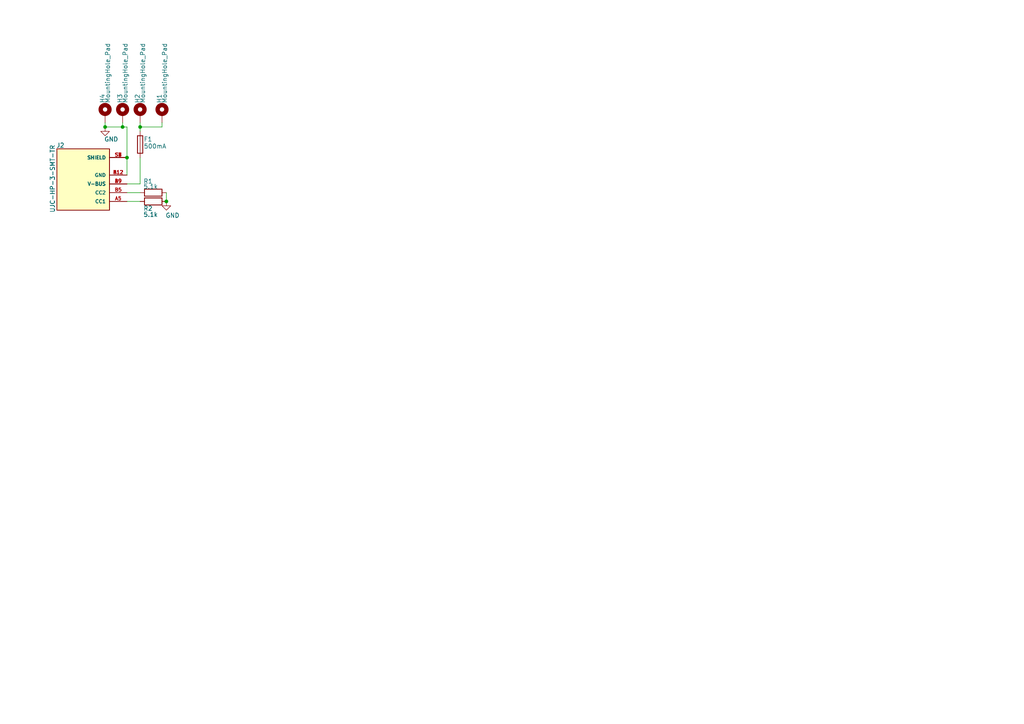
<source format=kicad_sch>
(kicad_sch (version 20231120) (generator "eeschema") (generator_version "8.0")
  (paper "A4")
  (title_block (title "Midland CA-XT72 compatible USB-C replacement board") (date "2024-06-22") (rev "v1.0.0"))
  (lib_symbols
    (symbol "Device:Fuse" (pin_numbers hide) (pin_names (offset 0))
      (property "Reference" "F" (at 2.032 0 90))
      (property "Value" "Fuse" (at -1.905 0 90))
      (symbol "Fuse_0_1"
        (rectangle (start -0.762 -2.54) (end 0.762 2.54) (stroke (width 0.254)))
        (polyline (pts (xy 0 2.54) (xy 0 -2.54)))
      )
      (symbol "Fuse_1_1"
        (pin passive line (at 0 3.81 270) (length 1.27) (name "~") (number "1"))
        (pin passive line (at 0 -3.81 90) (length 1.27) (name "~") (number "2"))
      )
    )
    (symbol "Device:R" (pin_numbers hide) (pin_names (offset 0))
      (property "Reference" "R" (at 2.032 0 90))
      (property "Value" "R" (at 0 0 90))
      (symbol "R_0_1"
        (rectangle (start -1.016 -2.54) (end 1.016 2.54) (stroke (width 0.254)))
      )
      (symbol "R_1_1"
        (pin passive line (at 0 3.81 270) (length 1.27) (name "~") (number "1"))
        (pin passive line (at 0 -3.81 90) (length 1.27) (name "~") (number "2"))
      )
    )
    (symbol "Mechanical:MountingHole_Pad" (pin_numbers hide) (pin_names (offset 1.016) hide) (exclude_from_sim yes) (in_bom no)
      (property "Reference" "H" (at 0 6.35 0))
      (property "Value" "MountingHole_Pad" (at 0 4.445 0))
      (symbol "MountingHole_Pad_0_1"
        (circle (center 0 1.27) (radius 1.27) (stroke (width 1.27)))
      )
      (symbol "MountingHole_Pad_1_1"
        (pin input line (at 0 -2.54 90) (length 2.54) (name "1") (number "1"))
      )
    )
    (symbol "UJC-HP-3-SMT-TR:UJC-HP-3-SMT-TR" (pin_names (offset 1.016))
      (property "Reference" "J" (at -7.62 8.89 0))
      (property "Value" "UJC-HP-3-SMT-TR" (at -7.62 -11.43 0))
      (symbol "UJC-HP-3-SMT-TR_0_0"
        (rectangle (start -7.62 -10.16) (end 7.62 7.62) (stroke (width 0.254)) (fill (type background)))
        (pin power_in line (at -12.7 -2.54 0) (length 5.08) (name "GND") (number "A12"))
        (pin bidirectional line (at -12.7 5.08 0) (length 5.08) (name "CC1") (number "A5"))
        (pin power_in line (at -12.7 0 0) (length 5.08) (name "V-BUS") (number "A9"))
        (pin power_in line (at -12.7 -2.54 0) (length 5.08) (name "GND") (number "B12"))
        (pin bidirectional line (at -12.7 2.54 0) (length 5.08) (name "CC2") (number "B5"))
        (pin power_in line (at -12.7 0 0) (length 5.08) (name "V-BUS") (number "B9"))
        (pin passive line (at -12.7 -7.62 0) (length 5.08) (name "SHIELD") (number "S1"))
        (pin passive line (at -12.7 -7.62 0) (length 5.08) (name "SHIELD") (number "S2"))
        (pin passive line (at -12.7 -7.62 0) (length 5.08) (name "SHIELD") (number "S3"))
        (pin passive line (at -12.7 -7.62 0) (length 5.08) (name "SHIELD") (number "S4"))
      )
    )
    (symbol "power:GND" (power) (pin_numbers hide) (pin_names (offset 0) hide)
      (property "Value" "GND" (at 0 -3.81 0))
      (symbol "GND_0_1"
        (polyline (pts (xy 0 0) (xy 0 -1.27) (xy 1.27 -1.27) (xy 0 -2.54) (xy -1.27 -1.27) (xy 0 -1.27)))
      )
      (symbol "GND_1_1"
        (pin power_in line (at 0 0 270) (length 0) (name "~") (number "1"))
      )
    )
  )
  (junction (at 40.64 36.83))
  (junction (at 30.48 36.83))
  (junction (at 48.26 58.42))
  (junction (at 36.83 45.72))
  (junction (at 35.56 36.83))
  (wire (pts (xy 36.83 36.83) (xy 35.56 36.83)))
  (wire (pts (xy 30.48 35.56) (xy 30.48 36.83)))
  (wire (pts (xy 40.64 36.83) (xy 40.64 38.1)))
  (wire (pts (xy 35.56 36.83) (xy 30.48 36.83)))
  (wire (pts (xy 36.83 55.88) (xy 40.64 55.88)))
  (wire (pts (xy 36.83 45.72) (xy 36.83 50.8)))
  (wire (pts (xy 40.64 36.83) (xy 40.64 35.56)))
  (wire (pts (xy 46.99 35.56) (xy 46.99 36.83)))
  (wire (pts (xy 36.83 45.72) (xy 36.83 36.83)))
  (wire (pts (xy 40.64 36.83) (xy 46.99 36.83)))
  (wire (pts (xy 35.56 35.56) (xy 35.56 36.83)))
  (wire (pts (xy 48.26 55.88) (xy 48.26 58.42)))
  (wire (pts (xy 36.83 58.42) (xy 40.64 58.42)))
  (wire (pts (xy 40.64 45.72) (xy 40.64 53.34)))
  (wire (pts (xy 40.64 53.34) (xy 36.83 53.34)))
  (symbol (lib_id "Mechanical:MountingHole_Pad") (at 35.56 33.02 0) (unit 1) (exclude_from_sim yes) (in_bom no)
    (property "Reference" "H3" (at 34.798 27.178 90) (effects (justify right)))
    (property "Value" "MountingHole_Pad" (at 36.322 12.446 90) (effects (justify right)))
    (property "Footprint" "MountingHole:MountingHole_2.2mm_M2_DIN965_Pad" (effects (hide yes)))
    (property "Description" "Mounting Hole with connection" (effects (hide yes)))
  )
  (symbol (lib_id "Device:R") (at 44.45 58.42 90) (unit 1)
    (property "Reference" "R2" (at 42.926 60.452 90))
    (property "Value" "5.1k" (at 43.688 62.23 90))
    (property "Footprint" "Resistor_SMD:R_0402_1005Metric_Pad0.72x0.64mm_HandSolder" (effects (hide yes)))
    (property "Description" "Resistor" (effects (hide yes)))
  )
  (symbol (lib_id "Device:Fuse") (at 40.64 41.91 180) (unit 1)
    (property "Reference" "F1" (at 41.656 40.386 0) (effects (justify right)))
    (property "Value" "500mA" (at 41.656 42.418 0) (effects (justify right)))
    (property "Footprint" "C1F 500:FUSC3215X83N" (effects (hide yes)))
    (property "Description" "Fuse" (effects (hide yes)))
  )
  (symbol (lib_id "power:GND") (at 30.48 36.83 0) (unit 1)
    (property "Reference" "#PWR01" (effects (hide yes)))
    (property "Value" "GND" (at 32.258 40.386 0))
    (property "Description" "Power symbol creates a global label with name \"GND\" , ground" (effects (hide yes)))
  )
  (symbol (lib_id "Mechanical:MountingHole_Pad") (at 30.48 33.02 0) (unit 1) (exclude_from_sim yes) (in_bom no)
    (property "Reference" "H4" (at 29.718 27.178 90) (effects (justify right)))
    (property "Value" "MountingHole_Pad" (at 31.242 12.446 90) (effects (justify right)))
    (property "Footprint" "MountingHole:MountingHole_2.2mm_M2_DIN965_Pad" (effects (hide yes)))
    (property "Description" "Mounting Hole with connection" (effects (hide yes)))
  )
  (symbol (lib_id "Mechanical:MountingHole_Pad") (at 46.99 33.02 0) (unit 1) (exclude_from_sim yes) (in_bom no)
    (property "Reference" "H1" (at 46.228 29.972 90) (effects (justify left)))
    (property "Value" "MountingHole_Pad" (at 47.752 29.972 90) (effects (justify left)))
    (property "Footprint" "MountingHole:MountingHole_2.2mm_M2_DIN965_Pad" (effects (hide yes)))
    (property "Description" "Mounting Hole with connection" (effects (hide yes)))
  )
  (symbol (lib_id "power:GND") (at 48.26 58.42 0) (unit 1)
    (property "Reference" "#PWR02" (effects (hide yes)))
    (property "Value" "GND" (at 50.038 62.484 0))
    (property "Description" "Power symbol creates a global label with name \"GND\" , ground" (effects (hide yes)))
  )
  (symbol (lib_id "Mechanical:MountingHole_Pad") (at 40.64 33.02 0) (unit 1) (exclude_from_sim yes) (in_bom no)
    (property "Reference" "H2" (at 39.878 29.972 90) (effects (justify left)))
    (property "Value" "MountingHole_Pad" (at 41.402 29.972 90) (effects (justify left)))
    (property "Footprint" "MountingHole:MountingHole_2.2mm_M2_DIN965_Pad" (effects (hide yes)))
    (property "Description" "Mounting Hole with connection" (effects (hide yes)))
  )
  (symbol (lib_id "Device:R") (at 44.45 55.88 90) (unit 1)
    (property "Reference" "R1" (at 42.926 52.578 90))
    (property "Value" "5.1k" (at 43.688 54.102 90))
    (property "Footprint" "Resistor_SMD:R_0402_1005Metric_Pad0.72x0.64mm_HandSolder" (effects (hide yes)))
    (property "Description" "Resistor" (effects (hide yes)))
  )
  (symbol (lib_id "UJC-HP-3-SMT-TR:UJC-HP-3-SMT-TR") (at 24.13 53.34 180) (unit 1)
    (property "Reference" "J2" (at 17.526 42.164 0))
    (property "Value" "UJC-HP-3-SMT-TR" (at 15.24 51.816 90))
    (property "Footprint" "UJC-HP-3-SMT-TR:CUI_UJC-HP-3-SMT-TR" (effects (hide yes)))
    (property "MF" "CUI Devices" (effects (hide yes)))
    (property "MAXIMUM_PACKAGE_HEIGHT" "3.16mm" (effects (hide yes)))
    (property "Package" "Package" (effects (hide yes)))
    (property "Price" "None" (effects (hide yes)))
    (property "Check_prices" "https://www.snapeda.com/parts/UJC-HP-3-SMT-TR/CUI+Devices/view-part/?ref=eda" (effects (hide yes)))
    (property "STANDARD" "Manufacturer recommendations" (effects (hide yes)))
    (property "PARTREV" "04/30/2020" (effects (hide yes)))
    (property "SnapEDA_Link" "https://www.snapeda.com/parts/UJC-HP-3-SMT-TR/CUI+Devices/view-part/?ref=snap" (effects (hide yes)))
    (property "MP" "UJC-HP-3-SMT-TR" (effects (hide yes)))
    (property "Purchase-URL" "https://www.snapeda.com/api/url_track_click_mouser/?unipart_id=4722774&manufacturer=CUI Devices&part_name=UJC-HP-3-SMT-TR&search_term=usb-c" (effects (hide yes)))
    (property "Description_1" "Type C, 20 Vdc, 3 A, Right Angle, Surface Mount, Black Insulator, Power-Only USB Receptacle" (effects (hide yes)))
    (property "CUI_purchase_URL" "https://www.cuidevices.com/product/interconnect/connectors/usb-connectors/ujc-hp-3-smt-tr?utm_source=snapeda.com&utm_medium=referral&utm_campaign=snapedaBOM" (effects (hide yes)))
    (property "Availability" "In Stock" (effects (hide yes)))
    (property "MANUFACTURER" "CUI Devices" (effects (hide yes)))
  )
)
</source>
